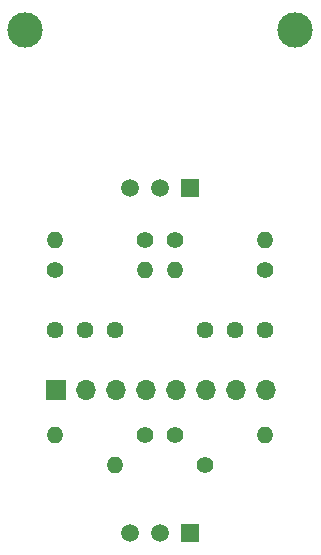
<source format=gts>
G04 #@! TF.GenerationSoftware,KiCad,Pcbnew,7.0.8*
G04 #@! TF.CreationDate,2023-12-28T22:33:30+00:00*
G04 #@! TF.ProjectId,thermo_module,74686572-6d6f-45f6-9d6f-64756c652e6b,rev?*
G04 #@! TF.SameCoordinates,Original*
G04 #@! TF.FileFunction,Soldermask,Top*
G04 #@! TF.FilePolarity,Negative*
%FSLAX46Y46*%
G04 Gerber Fmt 4.6, Leading zero omitted, Abs format (unit mm)*
G04 Created by KiCad (PCBNEW 7.0.8) date 2023-12-28 22:33:30*
%MOMM*%
%LPD*%
G01*
G04 APERTURE LIST*
%ADD10C,1.400000*%
%ADD11O,1.400000X1.400000*%
%ADD12R,1.500000X1.500000*%
%ADD13C,1.500000*%
%ADD14C,1.440000*%
%ADD15C,3.000000*%
%ADD16R,1.700000X1.700000*%
%ADD17O,1.700000X1.700000*%
G04 APERTURE END LIST*
D10*
X156845000Y-85725000D03*
D11*
X149225000Y-85725000D03*
D12*
X155585000Y-91440000D03*
D13*
X153045000Y-91440000D03*
X150505000Y-91440000D03*
D10*
X151765000Y-66675000D03*
D11*
X144145000Y-66675000D03*
D10*
X154305000Y-66675000D03*
D11*
X161925000Y-66675000D03*
D10*
X144145000Y-69215000D03*
D11*
X151765000Y-69215000D03*
D14*
X161925000Y-74295000D03*
X159385000Y-74295000D03*
X156845000Y-74295000D03*
D15*
X141605000Y-48895000D03*
D10*
X161925000Y-69215000D03*
D11*
X154305000Y-69215000D03*
D10*
X151765000Y-83185000D03*
D11*
X144145000Y-83185000D03*
D12*
X155575000Y-62230000D03*
D13*
X153035000Y-62230000D03*
X150495000Y-62230000D03*
D14*
X149225000Y-74295000D03*
X146685000Y-74295000D03*
X144145000Y-74295000D03*
D15*
X164465000Y-48895000D03*
D10*
X154305000Y-83185000D03*
D11*
X161925000Y-83185000D03*
D16*
X144160000Y-79375000D03*
D17*
X146700000Y-79375000D03*
X149240000Y-79375000D03*
X151780000Y-79375000D03*
X154320000Y-79375000D03*
X156860000Y-79375000D03*
X159400000Y-79375000D03*
X161940000Y-79375000D03*
M02*

</source>
